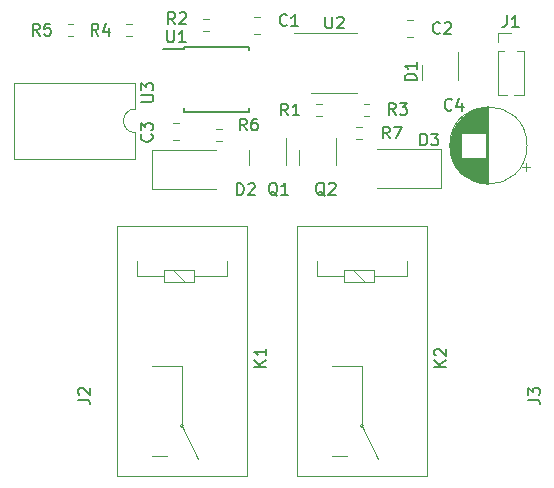
<source format=gbr>
%TF.GenerationSoftware,KiCad,Pcbnew,(6.0.0)*%
%TF.CreationDate,2022-01-08T23:02:58+00:00*%
%TF.ProjectId,2Relay,3252656c-6179-42e6-9b69-6361645f7063,rev?*%
%TF.SameCoordinates,Original*%
%TF.FileFunction,Legend,Top*%
%TF.FilePolarity,Positive*%
%FSLAX46Y46*%
G04 Gerber Fmt 4.6, Leading zero omitted, Abs format (unit mm)*
G04 Created by KiCad (PCBNEW (6.0.0)) date 2022-01-08 23:02:58*
%MOMM*%
%LPD*%
G01*
G04 APERTURE LIST*
%ADD10C,0.150000*%
%ADD11C,0.120000*%
G04 APERTURE END LIST*
D10*
%TO.C,J1*%
X125955466Y-47795380D02*
X125955466Y-48509666D01*
X125907847Y-48652523D01*
X125812609Y-48747761D01*
X125669752Y-48795380D01*
X125574514Y-48795380D01*
X126955466Y-48795380D02*
X126384038Y-48795380D01*
X126669752Y-48795380D02*
X126669752Y-47795380D01*
X126574514Y-47938238D01*
X126479276Y-48033476D01*
X126384038Y-48081095D01*
%TO.C,Q2*%
X110547161Y-63082419D02*
X110451923Y-63034800D01*
X110356685Y-62939561D01*
X110213828Y-62796704D01*
X110118590Y-62749085D01*
X110023352Y-62749085D01*
X110070971Y-62987180D02*
X109975733Y-62939561D01*
X109880495Y-62844323D01*
X109832876Y-62653847D01*
X109832876Y-62320514D01*
X109880495Y-62130038D01*
X109975733Y-62034800D01*
X110070971Y-61987180D01*
X110261447Y-61987180D01*
X110356685Y-62034800D01*
X110451923Y-62130038D01*
X110499542Y-62320514D01*
X110499542Y-62653847D01*
X110451923Y-62844323D01*
X110356685Y-62939561D01*
X110261447Y-62987180D01*
X110070971Y-62987180D01*
X110880495Y-62082419D02*
X110928114Y-62034800D01*
X111023352Y-61987180D01*
X111261447Y-61987180D01*
X111356685Y-62034800D01*
X111404304Y-62082419D01*
X111451923Y-62177657D01*
X111451923Y-62272895D01*
X111404304Y-62415752D01*
X110832876Y-62987180D01*
X111451923Y-62987180D01*
%TO.C,C2*%
X120295333Y-49277542D02*
X120247714Y-49325161D01*
X120104857Y-49372780D01*
X120009619Y-49372780D01*
X119866761Y-49325161D01*
X119771523Y-49229923D01*
X119723904Y-49134685D01*
X119676285Y-48944209D01*
X119676285Y-48801352D01*
X119723904Y-48610876D01*
X119771523Y-48515638D01*
X119866761Y-48420400D01*
X120009619Y-48372780D01*
X120104857Y-48372780D01*
X120247714Y-48420400D01*
X120295333Y-48468019D01*
X120676285Y-48468019D02*
X120723904Y-48420400D01*
X120819142Y-48372780D01*
X121057238Y-48372780D01*
X121152476Y-48420400D01*
X121200095Y-48468019D01*
X121247714Y-48563257D01*
X121247714Y-48658495D01*
X121200095Y-48801352D01*
X120628666Y-49372780D01*
X121247714Y-49372780D01*
%TO.C,Q1*%
X106533961Y-63082419D02*
X106438723Y-63034800D01*
X106343485Y-62939561D01*
X106200628Y-62796704D01*
X106105390Y-62749085D01*
X106010152Y-62749085D01*
X106057771Y-62987180D02*
X105962533Y-62939561D01*
X105867295Y-62844323D01*
X105819676Y-62653847D01*
X105819676Y-62320514D01*
X105867295Y-62130038D01*
X105962533Y-62034800D01*
X106057771Y-61987180D01*
X106248247Y-61987180D01*
X106343485Y-62034800D01*
X106438723Y-62130038D01*
X106486342Y-62320514D01*
X106486342Y-62653847D01*
X106438723Y-62844323D01*
X106343485Y-62939561D01*
X106248247Y-62987180D01*
X106057771Y-62987180D01*
X107438723Y-62987180D02*
X106867295Y-62987180D01*
X107153009Y-62987180D02*
X107153009Y-61987180D01*
X107057771Y-62130038D01*
X106962533Y-62225276D01*
X106867295Y-62272895D01*
%TO.C,U2*%
X110591695Y-47919180D02*
X110591695Y-48728704D01*
X110639314Y-48823942D01*
X110686933Y-48871561D01*
X110782171Y-48919180D01*
X110972647Y-48919180D01*
X111067885Y-48871561D01*
X111115504Y-48823942D01*
X111163123Y-48728704D01*
X111163123Y-47919180D01*
X111591695Y-48014419D02*
X111639314Y-47966800D01*
X111734552Y-47919180D01*
X111972647Y-47919180D01*
X112067885Y-47966800D01*
X112115504Y-48014419D01*
X112163123Y-48109657D01*
X112163123Y-48204895D01*
X112115504Y-48347752D01*
X111544076Y-48919180D01*
X112163123Y-48919180D01*
%TO.C,D2*%
X103097104Y-63037980D02*
X103097104Y-62037980D01*
X103335200Y-62037980D01*
X103478057Y-62085600D01*
X103573295Y-62180838D01*
X103620914Y-62276076D01*
X103668533Y-62466552D01*
X103668533Y-62609409D01*
X103620914Y-62799885D01*
X103573295Y-62895123D01*
X103478057Y-62990361D01*
X103335200Y-63037980D01*
X103097104Y-63037980D01*
X104049485Y-62133219D02*
X104097104Y-62085600D01*
X104192342Y-62037980D01*
X104430438Y-62037980D01*
X104525676Y-62085600D01*
X104573295Y-62133219D01*
X104620914Y-62228457D01*
X104620914Y-62323695D01*
X104573295Y-62466552D01*
X104001866Y-63037980D01*
X104620914Y-63037980D01*
%TO.C,R5*%
X86396533Y-49525180D02*
X86063200Y-49048990D01*
X85825104Y-49525180D02*
X85825104Y-48525180D01*
X86206057Y-48525180D01*
X86301295Y-48572800D01*
X86348914Y-48620419D01*
X86396533Y-48715657D01*
X86396533Y-48858514D01*
X86348914Y-48953752D01*
X86301295Y-49001371D01*
X86206057Y-49048990D01*
X85825104Y-49048990D01*
X87301295Y-48525180D02*
X86825104Y-48525180D01*
X86777485Y-49001371D01*
X86825104Y-48953752D01*
X86920342Y-48906133D01*
X87158438Y-48906133D01*
X87253676Y-48953752D01*
X87301295Y-49001371D01*
X87348914Y-49096609D01*
X87348914Y-49334704D01*
X87301295Y-49429942D01*
X87253676Y-49477561D01*
X87158438Y-49525180D01*
X86920342Y-49525180D01*
X86825104Y-49477561D01*
X86777485Y-49429942D01*
%TO.C,R7*%
X116038333Y-58237380D02*
X115705000Y-57761190D01*
X115466904Y-58237380D02*
X115466904Y-57237380D01*
X115847857Y-57237380D01*
X115943095Y-57285000D01*
X115990714Y-57332619D01*
X116038333Y-57427857D01*
X116038333Y-57570714D01*
X115990714Y-57665952D01*
X115943095Y-57713571D01*
X115847857Y-57761190D01*
X115466904Y-57761190D01*
X116371666Y-57237380D02*
X117038333Y-57237380D01*
X116609761Y-58237380D01*
%TO.C,K2*%
X120817380Y-77563095D02*
X119817380Y-77563095D01*
X120817380Y-76991666D02*
X120245952Y-77420238D01*
X119817380Y-76991666D02*
X120388809Y-77563095D01*
X119912619Y-76610714D02*
X119865000Y-76563095D01*
X119817380Y-76467857D01*
X119817380Y-76229761D01*
X119865000Y-76134523D01*
X119912619Y-76086904D01*
X120007857Y-76039285D01*
X120103095Y-76039285D01*
X120245952Y-76086904D01*
X120817380Y-76658333D01*
X120817380Y-76039285D01*
%TO.C,D1*%
X118308380Y-53316095D02*
X117308380Y-53316095D01*
X117308380Y-53078000D01*
X117356000Y-52935142D01*
X117451238Y-52839904D01*
X117546476Y-52792285D01*
X117736952Y-52744666D01*
X117879809Y-52744666D01*
X118070285Y-52792285D01*
X118165523Y-52839904D01*
X118260761Y-52935142D01*
X118308380Y-53078000D01*
X118308380Y-53316095D01*
X118308380Y-51792285D02*
X118308380Y-52363714D01*
X118308380Y-52078000D02*
X117308380Y-52078000D01*
X117451238Y-52173238D01*
X117546476Y-52268476D01*
X117594095Y-52363714D01*
%TO.C,R1*%
X107427733Y-56281580D02*
X107094400Y-55805390D01*
X106856304Y-56281580D02*
X106856304Y-55281580D01*
X107237257Y-55281580D01*
X107332495Y-55329200D01*
X107380114Y-55376819D01*
X107427733Y-55472057D01*
X107427733Y-55614914D01*
X107380114Y-55710152D01*
X107332495Y-55757771D01*
X107237257Y-55805390D01*
X106856304Y-55805390D01*
X108380114Y-56281580D02*
X107808685Y-56281580D01*
X108094400Y-56281580D02*
X108094400Y-55281580D01*
X107999161Y-55424438D01*
X107903923Y-55519676D01*
X107808685Y-55567295D01*
%TO.C,J3*%
X127747380Y-80343333D02*
X128461666Y-80343333D01*
X128604523Y-80390952D01*
X128699761Y-80486190D01*
X128747380Y-80629047D01*
X128747380Y-80724285D01*
X127747380Y-79962380D02*
X127747380Y-79343333D01*
X128128333Y-79676666D01*
X128128333Y-79533809D01*
X128175952Y-79438571D01*
X128223571Y-79390952D01*
X128318809Y-79343333D01*
X128556904Y-79343333D01*
X128652142Y-79390952D01*
X128699761Y-79438571D01*
X128747380Y-79533809D01*
X128747380Y-79819523D01*
X128699761Y-79914761D01*
X128652142Y-79962380D01*
%TO.C,C3*%
X95861142Y-57875466D02*
X95908761Y-57923085D01*
X95956380Y-58065942D01*
X95956380Y-58161180D01*
X95908761Y-58304038D01*
X95813523Y-58399276D01*
X95718285Y-58446895D01*
X95527809Y-58494514D01*
X95384952Y-58494514D01*
X95194476Y-58446895D01*
X95099238Y-58399276D01*
X95004000Y-58304038D01*
X94956380Y-58161180D01*
X94956380Y-58065942D01*
X95004000Y-57923085D01*
X95051619Y-57875466D01*
X94956380Y-57542133D02*
X94956380Y-56923085D01*
X95337333Y-57256419D01*
X95337333Y-57113561D01*
X95384952Y-57018323D01*
X95432571Y-56970704D01*
X95527809Y-56923085D01*
X95765904Y-56923085D01*
X95861142Y-56970704D01*
X95908761Y-57018323D01*
X95956380Y-57113561D01*
X95956380Y-57399276D01*
X95908761Y-57494514D01*
X95861142Y-57542133D01*
%TO.C,K1*%
X105577380Y-77563095D02*
X104577380Y-77563095D01*
X105577380Y-76991666D02*
X105005952Y-77420238D01*
X104577380Y-76991666D02*
X105148809Y-77563095D01*
X105577380Y-76039285D02*
X105577380Y-76610714D01*
X105577380Y-76325000D02*
X104577380Y-76325000D01*
X104720238Y-76420238D01*
X104815476Y-76515476D01*
X104863095Y-76610714D01*
%TO.C,R2*%
X97877333Y-48559980D02*
X97544000Y-48083790D01*
X97305904Y-48559980D02*
X97305904Y-47559980D01*
X97686857Y-47559980D01*
X97782095Y-47607600D01*
X97829714Y-47655219D01*
X97877333Y-47750457D01*
X97877333Y-47893314D01*
X97829714Y-47988552D01*
X97782095Y-48036171D01*
X97686857Y-48083790D01*
X97305904Y-48083790D01*
X98258285Y-47655219D02*
X98305904Y-47607600D01*
X98401142Y-47559980D01*
X98639238Y-47559980D01*
X98734476Y-47607600D01*
X98782095Y-47655219D01*
X98829714Y-47750457D01*
X98829714Y-47845695D01*
X98782095Y-47988552D01*
X98210666Y-48559980D01*
X98829714Y-48559980D01*
%TO.C,R4*%
X91374933Y-49525180D02*
X91041600Y-49048990D01*
X90803504Y-49525180D02*
X90803504Y-48525180D01*
X91184457Y-48525180D01*
X91279695Y-48572800D01*
X91327314Y-48620419D01*
X91374933Y-48715657D01*
X91374933Y-48858514D01*
X91327314Y-48953752D01*
X91279695Y-49001371D01*
X91184457Y-49048990D01*
X90803504Y-49048990D01*
X92232076Y-48858514D02*
X92232076Y-49525180D01*
X91993980Y-48477561D02*
X91755885Y-49191847D01*
X92374933Y-49191847D01*
%TO.C,D3*%
X118641904Y-58821580D02*
X118641904Y-57821580D01*
X118880000Y-57821580D01*
X119022857Y-57869200D01*
X119118095Y-57964438D01*
X119165714Y-58059676D01*
X119213333Y-58250152D01*
X119213333Y-58393009D01*
X119165714Y-58583485D01*
X119118095Y-58678723D01*
X119022857Y-58773961D01*
X118880000Y-58821580D01*
X118641904Y-58821580D01*
X119546666Y-57821580D02*
X120165714Y-57821580D01*
X119832380Y-58202533D01*
X119975238Y-58202533D01*
X120070476Y-58250152D01*
X120118095Y-58297771D01*
X120165714Y-58393009D01*
X120165714Y-58631104D01*
X120118095Y-58726342D01*
X120070476Y-58773961D01*
X119975238Y-58821580D01*
X119689523Y-58821580D01*
X119594285Y-58773961D01*
X119546666Y-58726342D01*
%TO.C,C1*%
X107326133Y-48617142D02*
X107278514Y-48664761D01*
X107135657Y-48712380D01*
X107040419Y-48712380D01*
X106897561Y-48664761D01*
X106802323Y-48569523D01*
X106754704Y-48474285D01*
X106707085Y-48283809D01*
X106707085Y-48140952D01*
X106754704Y-47950476D01*
X106802323Y-47855238D01*
X106897561Y-47760000D01*
X107040419Y-47712380D01*
X107135657Y-47712380D01*
X107278514Y-47760000D01*
X107326133Y-47807619D01*
X108278514Y-48712380D02*
X107707085Y-48712380D01*
X107992800Y-48712380D02*
X107992800Y-47712380D01*
X107897561Y-47855238D01*
X107802323Y-47950476D01*
X107707085Y-47998095D01*
%TO.C,C4*%
X121296133Y-55779942D02*
X121248514Y-55827561D01*
X121105657Y-55875180D01*
X121010419Y-55875180D01*
X120867561Y-55827561D01*
X120772323Y-55732323D01*
X120724704Y-55637085D01*
X120677085Y-55446609D01*
X120677085Y-55303752D01*
X120724704Y-55113276D01*
X120772323Y-55018038D01*
X120867561Y-54922800D01*
X121010419Y-54875180D01*
X121105657Y-54875180D01*
X121248514Y-54922800D01*
X121296133Y-54970419D01*
X122153276Y-55208514D02*
X122153276Y-55875180D01*
X121915180Y-54827561D02*
X121677085Y-55541847D01*
X122296133Y-55541847D01*
%TO.C,U3*%
X95007180Y-55117904D02*
X95816704Y-55117904D01*
X95911942Y-55070285D01*
X95959561Y-55022666D01*
X96007180Y-54927428D01*
X96007180Y-54736952D01*
X95959561Y-54641714D01*
X95911942Y-54594095D01*
X95816704Y-54546476D01*
X95007180Y-54546476D01*
X95007180Y-54165523D02*
X95007180Y-53546476D01*
X95388133Y-53879809D01*
X95388133Y-53736952D01*
X95435752Y-53641714D01*
X95483371Y-53594095D01*
X95578609Y-53546476D01*
X95816704Y-53546476D01*
X95911942Y-53594095D01*
X95959561Y-53641714D01*
X96007180Y-53736952D01*
X96007180Y-54022666D01*
X95959561Y-54117904D01*
X95911942Y-54165523D01*
%TO.C,R3*%
X116533133Y-56230780D02*
X116199800Y-55754590D01*
X115961704Y-56230780D02*
X115961704Y-55230780D01*
X116342657Y-55230780D01*
X116437895Y-55278400D01*
X116485514Y-55326019D01*
X116533133Y-55421257D01*
X116533133Y-55564114D01*
X116485514Y-55659352D01*
X116437895Y-55706971D01*
X116342657Y-55754590D01*
X115961704Y-55754590D01*
X116866466Y-55230780D02*
X117485514Y-55230780D01*
X117152180Y-55611733D01*
X117295038Y-55611733D01*
X117390276Y-55659352D01*
X117437895Y-55706971D01*
X117485514Y-55802209D01*
X117485514Y-56040304D01*
X117437895Y-56135542D01*
X117390276Y-56183161D01*
X117295038Y-56230780D01*
X117009323Y-56230780D01*
X116914085Y-56183161D01*
X116866466Y-56135542D01*
%TO.C,R6*%
X103922533Y-57551580D02*
X103589200Y-57075390D01*
X103351104Y-57551580D02*
X103351104Y-56551580D01*
X103732057Y-56551580D01*
X103827295Y-56599200D01*
X103874914Y-56646819D01*
X103922533Y-56742057D01*
X103922533Y-56884914D01*
X103874914Y-56980152D01*
X103827295Y-57027771D01*
X103732057Y-57075390D01*
X103351104Y-57075390D01*
X104779676Y-56551580D02*
X104589200Y-56551580D01*
X104493961Y-56599200D01*
X104446342Y-56646819D01*
X104351104Y-56789676D01*
X104303485Y-56980152D01*
X104303485Y-57361104D01*
X104351104Y-57456342D01*
X104398723Y-57503961D01*
X104493961Y-57551580D01*
X104684438Y-57551580D01*
X104779676Y-57503961D01*
X104827295Y-57456342D01*
X104874914Y-57361104D01*
X104874914Y-57123009D01*
X104827295Y-57027771D01*
X104779676Y-56980152D01*
X104684438Y-56932533D01*
X104493961Y-56932533D01*
X104398723Y-56980152D01*
X104351104Y-57027771D01*
X104303485Y-57123009D01*
%TO.C,U1*%
X97180495Y-49083980D02*
X97180495Y-49893504D01*
X97228114Y-49988742D01*
X97275733Y-50036361D01*
X97370971Y-50083980D01*
X97561447Y-50083980D01*
X97656685Y-50036361D01*
X97704304Y-49988742D01*
X97751923Y-49893504D01*
X97751923Y-49083980D01*
X98751923Y-50083980D02*
X98180495Y-50083980D01*
X98466209Y-50083980D02*
X98466209Y-49083980D01*
X98370971Y-49226838D01*
X98275733Y-49322076D01*
X98180495Y-49369695D01*
%TO.C,J2*%
X89647380Y-80343333D02*
X90361666Y-80343333D01*
X90504523Y-80390952D01*
X90599761Y-80486190D01*
X90647380Y-80629047D01*
X90647380Y-80724285D01*
X89742619Y-79914761D02*
X89695000Y-79867142D01*
X89647380Y-79771904D01*
X89647380Y-79533809D01*
X89695000Y-79438571D01*
X89742619Y-79390952D01*
X89837857Y-79343333D01*
X89933095Y-79343333D01*
X90075952Y-79390952D01*
X90647380Y-79962380D01*
X90647380Y-79343333D01*
D11*
%TO.C,J1*%
X125178800Y-50798000D02*
X125178800Y-54543000D01*
X126852271Y-50798000D02*
X127398800Y-50798000D01*
X125178800Y-49278000D02*
X126288800Y-49278000D01*
X125178800Y-54543000D02*
X125981270Y-54543000D01*
X127398800Y-50798000D02*
X127398800Y-54543000D01*
X125178800Y-50798000D02*
X125725329Y-50798000D01*
X125178800Y-50038000D02*
X125178800Y-49278000D01*
X126596330Y-54543000D02*
X127398800Y-54543000D01*
%TO.C,Q2*%
X108371200Y-59842400D02*
X108371200Y-60492400D01*
X111491200Y-59842400D02*
X111491200Y-60492400D01*
X108371200Y-59842400D02*
X108371200Y-59192400D01*
X111491200Y-59842400D02*
X111491200Y-58167400D01*
%TO.C,C2*%
X117508348Y-49655400D02*
X118030852Y-49655400D01*
X117508348Y-48185400D02*
X118030852Y-48185400D01*
%TO.C,Q1*%
X104104000Y-59842400D02*
X104104000Y-59192400D01*
X104104000Y-59842400D02*
X104104000Y-60492400D01*
X107224000Y-59842400D02*
X107224000Y-58167400D01*
X107224000Y-59842400D02*
X107224000Y-60492400D01*
%TO.C,U2*%
X111353600Y-49306800D02*
X107903600Y-49306800D01*
X111353600Y-54426800D02*
X113303600Y-54426800D01*
X111353600Y-49306800D02*
X113303600Y-49306800D01*
X111353600Y-54426800D02*
X109403600Y-54426800D01*
%TO.C,D2*%
X95914000Y-62508400D02*
X101314000Y-62508400D01*
X95914000Y-59208400D02*
X95914000Y-62508400D01*
X95914000Y-59208400D02*
X101314000Y-59208400D01*
%TO.C,R5*%
X89238858Y-49595300D02*
X88764342Y-49595300D01*
X89238858Y-48550300D02*
X88764342Y-48550300D01*
%TO.C,R7*%
X113186942Y-58282100D02*
X113661458Y-58282100D01*
X113186942Y-57237100D02*
X113661458Y-57237100D01*
%TO.C,K2*%
X111135000Y-85105000D02*
X112405000Y-85105000D01*
X112155000Y-69865000D02*
X112155000Y-69355000D01*
X114695000Y-69355000D02*
X114695000Y-69865000D01*
X114695000Y-69865000D02*
X114695000Y-70375000D01*
X119175000Y-65645000D02*
X119175000Y-86785000D01*
X108175000Y-86785000D02*
X119175000Y-86785000D01*
X109865000Y-69865000D02*
X112155000Y-69865000D01*
X108175000Y-65645000D02*
X119175000Y-65645000D01*
X112155000Y-69355000D02*
X114695000Y-69355000D01*
X114695000Y-69865000D02*
X117485000Y-69865000D01*
X109865000Y-68595000D02*
X109865000Y-69865000D01*
X113675000Y-77485000D02*
X113675000Y-82565000D01*
X108175000Y-65645000D02*
X108175000Y-86785000D01*
X111135000Y-77485000D02*
X113675000Y-77485000D01*
X112155000Y-70375000D02*
X112155000Y-69865000D01*
X114695000Y-70375000D02*
X112155000Y-70375000D01*
X112915000Y-69355000D02*
X113925000Y-70375000D01*
X117485000Y-69865000D02*
X117485000Y-68595000D01*
X113675000Y-82565000D02*
X115075000Y-85355000D01*
X113805000Y-82565000D02*
G75*
G03*
X113805000Y-82565000I-130000J0D01*
G01*
%TO.C,D1*%
X118734400Y-52628800D02*
X118734400Y-53278800D01*
X118734400Y-52628800D02*
X118734400Y-51978800D01*
X121854400Y-52628800D02*
X121854400Y-50953800D01*
X121854400Y-52628800D02*
X121854400Y-53278800D01*
%TO.C,R1*%
X110270058Y-55306700D02*
X109795542Y-55306700D01*
X110270058Y-56351700D02*
X109795542Y-56351700D01*
%TO.C,C3*%
X97681148Y-58393000D02*
X98203652Y-58393000D01*
X97681148Y-56923000D02*
X98203652Y-56923000D01*
%TO.C,K1*%
X99455000Y-69865000D02*
X102245000Y-69865000D01*
X96915000Y-69355000D02*
X99455000Y-69355000D01*
X96915000Y-69865000D02*
X96915000Y-69355000D01*
X99455000Y-70375000D02*
X96915000Y-70375000D01*
X95895000Y-77485000D02*
X98435000Y-77485000D01*
X95895000Y-85105000D02*
X97165000Y-85105000D01*
X98435000Y-77485000D02*
X98435000Y-82565000D01*
X94625000Y-68595000D02*
X94625000Y-69865000D01*
X97675000Y-69355000D02*
X98685000Y-70375000D01*
X98435000Y-82565000D02*
X99835000Y-85355000D01*
X99455000Y-69355000D02*
X99455000Y-69865000D01*
X92935000Y-65645000D02*
X92935000Y-86785000D01*
X96915000Y-70375000D02*
X96915000Y-69865000D01*
X94625000Y-69865000D02*
X96915000Y-69865000D01*
X92935000Y-86785000D02*
X103935000Y-86785000D01*
X102245000Y-69865000D02*
X102245000Y-68595000D01*
X92935000Y-65645000D02*
X103935000Y-65645000D01*
X99455000Y-69865000D02*
X99455000Y-70375000D01*
X103935000Y-65645000D02*
X103935000Y-86785000D01*
X98565000Y-82565000D02*
G75*
G03*
X98565000Y-82565000I-130000J0D01*
G01*
%TO.C,R2*%
X100719658Y-48093100D02*
X100245142Y-48093100D01*
X100719658Y-49138100D02*
X100245142Y-49138100D01*
%TO.C,R4*%
X94217258Y-48550300D02*
X93742742Y-48550300D01*
X94217258Y-49595300D02*
X93742742Y-49595300D01*
%TO.C,D3*%
X120341600Y-59157600D02*
X114941600Y-59157600D01*
X120341600Y-62457600D02*
X120341600Y-59157600D01*
X120341600Y-62457600D02*
X114941600Y-62457600D01*
%TO.C,C1*%
X104539148Y-49401400D02*
X105061652Y-49401400D01*
X104539148Y-47931400D02*
X105061652Y-47931400D01*
%TO.C,C4*%
X122911380Y-57786400D02*
X122911380Y-55950400D01*
X122391380Y-61374400D02*
X122391380Y-59866400D01*
X124392380Y-62056400D02*
X124392380Y-55596400D01*
X127577621Y-60980400D02*
X127577621Y-60350400D01*
X122591380Y-61516400D02*
X122591380Y-59866400D01*
X121391380Y-60088400D02*
X121391380Y-57564400D01*
X123551380Y-61947400D02*
X123551380Y-59866400D01*
X122111380Y-57786400D02*
X122111380Y-56521400D01*
X121431380Y-60176400D02*
X121431380Y-57476400D01*
X123832380Y-62008400D02*
X123832380Y-59866400D01*
X123391380Y-57786400D02*
X123391380Y-55752400D01*
X121271380Y-59766400D02*
X121271380Y-57886400D01*
X122431380Y-57786400D02*
X122431380Y-56248400D01*
X123872380Y-57786400D02*
X123872380Y-55637400D01*
X123311380Y-61873400D02*
X123311380Y-59866400D01*
X123271380Y-57786400D02*
X123271380Y-55793400D01*
X122591380Y-57786400D02*
X122591380Y-56136400D01*
X123351380Y-57786400D02*
X123351380Y-55765400D01*
X123471380Y-61924400D02*
X123471380Y-59866400D01*
X123792380Y-57786400D02*
X123792380Y-55651400D01*
X122791380Y-61638400D02*
X122791380Y-59866400D01*
X121831380Y-60821400D02*
X121831380Y-56831400D01*
X122351380Y-61342400D02*
X122351380Y-59866400D01*
X123551380Y-57786400D02*
X123551380Y-55705400D01*
X122351380Y-57786400D02*
X122351380Y-56310400D01*
X122231380Y-57786400D02*
X122231380Y-56410400D01*
X121311380Y-59885400D02*
X121311380Y-57767400D01*
X123191380Y-61828400D02*
X123191380Y-59866400D01*
X122311380Y-57786400D02*
X122311380Y-56342400D01*
X122671380Y-57786400D02*
X122671380Y-56084400D01*
X122671380Y-61568400D02*
X122671380Y-59866400D01*
X121671380Y-60602400D02*
X121671380Y-57050400D01*
X121351380Y-59991400D02*
X121351380Y-57661400D01*
X121991380Y-61008400D02*
X121991380Y-56644400D01*
X121151380Y-59228400D02*
X121151380Y-58424400D01*
X123511380Y-57786400D02*
X123511380Y-55716400D01*
X127892621Y-60665400D02*
X127262621Y-60665400D01*
X122191380Y-57786400D02*
X122191380Y-56446400D01*
X122991380Y-61742400D02*
X122991380Y-59866400D01*
X123311380Y-57786400D02*
X123311380Y-55779400D01*
X122911380Y-61702400D02*
X122911380Y-59866400D01*
X123111380Y-61796400D02*
X123111380Y-59866400D01*
X122391380Y-57786400D02*
X122391380Y-56278400D01*
X124032380Y-62037400D02*
X124032380Y-59866400D01*
X124272380Y-62054400D02*
X124272380Y-55598400D01*
X121631380Y-60540400D02*
X121631380Y-57112400D01*
X123832380Y-57786400D02*
X123832380Y-55644400D01*
X122471380Y-61433400D02*
X122471380Y-59866400D01*
X123431380Y-57786400D02*
X123431380Y-55740400D01*
X123391380Y-61900400D02*
X123391380Y-59866400D01*
X122711380Y-61592400D02*
X122711380Y-59866400D01*
X124312380Y-62056400D02*
X124312380Y-55596400D01*
X123591380Y-61957400D02*
X123591380Y-59866400D01*
X122871380Y-57786400D02*
X122871380Y-55970400D01*
X123031380Y-57786400D02*
X123031380Y-55892400D01*
X123671380Y-61976400D02*
X123671380Y-59866400D01*
X121751380Y-60716400D02*
X121751380Y-56936400D01*
X123712380Y-57786400D02*
X123712380Y-55667400D01*
X123952380Y-57786400D02*
X123952380Y-55625400D01*
X122631380Y-61542400D02*
X122631380Y-59866400D01*
X123591380Y-57786400D02*
X123591380Y-55695400D01*
X122231380Y-61242400D02*
X122231380Y-59866400D01*
X123792380Y-62001400D02*
X123792380Y-59866400D01*
X122991380Y-57786400D02*
X122991380Y-55910400D01*
X122271380Y-61276400D02*
X122271380Y-59866400D01*
X122831380Y-61660400D02*
X122831380Y-59866400D01*
X121791380Y-60770400D02*
X121791380Y-56882400D01*
X122431380Y-61404400D02*
X122431380Y-59866400D01*
X124072380Y-57786400D02*
X124072380Y-55611400D01*
X124072380Y-62041400D02*
X124072380Y-59866400D01*
X123671380Y-57786400D02*
X123671380Y-55676400D01*
X121231380Y-59628400D02*
X121231380Y-58024400D01*
X123992380Y-62032400D02*
X123992380Y-59866400D01*
X121711380Y-60660400D02*
X121711380Y-56992400D01*
X123912380Y-62021400D02*
X123912380Y-59866400D01*
X121191380Y-59459400D02*
X121191380Y-58193400D01*
X122551380Y-57786400D02*
X122551380Y-56162400D01*
X121871380Y-60870400D02*
X121871380Y-56782400D01*
X124032380Y-57786400D02*
X124032380Y-55615400D01*
X122511380Y-61462400D02*
X122511380Y-59866400D01*
X124232380Y-62053400D02*
X124232380Y-55599400D01*
X123912380Y-57786400D02*
X123912380Y-55631400D01*
X122511380Y-57786400D02*
X122511380Y-56190400D01*
X123872380Y-62015400D02*
X123872380Y-59866400D01*
X121951380Y-60963400D02*
X121951380Y-56689400D01*
X124152380Y-57786400D02*
X124152380Y-55604400D01*
X123231380Y-61844400D02*
X123231380Y-59866400D01*
X121591380Y-60476400D02*
X121591380Y-57176400D01*
X122071380Y-61091400D02*
X122071380Y-56561400D01*
X123712380Y-61985400D02*
X123712380Y-59866400D01*
X123271380Y-61859400D02*
X123271380Y-59866400D01*
X123952380Y-62027400D02*
X123952380Y-59866400D01*
X123151380Y-61812400D02*
X123151380Y-59866400D01*
X123752380Y-61993400D02*
X123752380Y-59866400D01*
X123431380Y-61912400D02*
X123431380Y-59866400D01*
X122311380Y-61310400D02*
X122311380Y-59866400D01*
X123071380Y-57786400D02*
X123071380Y-55874400D01*
X121471380Y-60258400D02*
X121471380Y-57394400D01*
X122831380Y-57786400D02*
X122831380Y-55992400D01*
X122751380Y-61616400D02*
X122751380Y-59866400D01*
X123151380Y-57786400D02*
X123151380Y-55840400D01*
X122191380Y-61206400D02*
X122191380Y-59866400D01*
X122871380Y-61682400D02*
X122871380Y-59866400D01*
X123631380Y-61967400D02*
X123631380Y-59866400D01*
X123191380Y-57786400D02*
X123191380Y-55824400D01*
X123752380Y-57786400D02*
X123752380Y-55659400D01*
X124112380Y-57786400D02*
X124112380Y-55608400D01*
X123071380Y-61778400D02*
X123071380Y-59866400D01*
X122791380Y-57786400D02*
X122791380Y-56014400D01*
X122151380Y-57786400D02*
X122151380Y-56483400D01*
X122751380Y-57786400D02*
X122751380Y-56036400D01*
X123231380Y-57786400D02*
X123231380Y-55808400D01*
X122631380Y-57786400D02*
X122631380Y-56110400D01*
X123511380Y-61936400D02*
X123511380Y-59866400D01*
X122551380Y-61490400D02*
X122551380Y-59866400D01*
X121511380Y-60335400D02*
X121511380Y-57317400D01*
X122111380Y-61131400D02*
X122111380Y-59866400D01*
X124152380Y-62048400D02*
X124152380Y-59866400D01*
X123631380Y-57786400D02*
X123631380Y-55685400D01*
X121551380Y-60407400D02*
X121551380Y-57245400D01*
X124352380Y-62056400D02*
X124352380Y-55596400D01*
X122711380Y-57786400D02*
X122711380Y-56060400D01*
X122471380Y-57786400D02*
X122471380Y-56219400D01*
X124192380Y-62050400D02*
X124192380Y-55602400D01*
X122951380Y-57786400D02*
X122951380Y-55930400D01*
X123111380Y-57786400D02*
X123111380Y-55856400D01*
X122031380Y-61050400D02*
X122031380Y-56602400D01*
X124112380Y-62044400D02*
X124112380Y-59866400D01*
X122151380Y-61169400D02*
X122151380Y-59866400D01*
X121911380Y-60918400D02*
X121911380Y-56734400D01*
X122271380Y-57786400D02*
X122271380Y-56376400D01*
X123471380Y-57786400D02*
X123471380Y-55728400D01*
X123031380Y-61760400D02*
X123031380Y-59866400D01*
X122951380Y-61722400D02*
X122951380Y-59866400D01*
X123992380Y-57786400D02*
X123992380Y-55620400D01*
X123351380Y-61887400D02*
X123351380Y-59866400D01*
X127662380Y-58826400D02*
G75*
G03*
X127662380Y-58826400I-3270000J0D01*
G01*
%TO.C,U3*%
X84217200Y-53508600D02*
X84217200Y-59978600D01*
X94497200Y-55743600D02*
X94497200Y-53508600D01*
X84217200Y-59978600D02*
X94497200Y-59978600D01*
X94497200Y-53508600D02*
X84217200Y-53508600D01*
X94497200Y-59978600D02*
X94497200Y-57743600D01*
X94497200Y-55743600D02*
G75*
G03*
X94497200Y-57743600I0J-1000000D01*
G01*
%TO.C,R3*%
X113820942Y-55306700D02*
X114295458Y-55306700D01*
X113820942Y-56351700D02*
X114295458Y-56351700D01*
%TO.C,R6*%
X101362742Y-58485300D02*
X101837258Y-58485300D01*
X101362742Y-57440300D02*
X101837258Y-57440300D01*
D10*
%TO.C,U1*%
X104096000Y-50483400D02*
X104096000Y-50783400D01*
X98596000Y-50688400D02*
X96846000Y-50688400D01*
X98596000Y-55993400D02*
X98596000Y-55693400D01*
X98596000Y-50483400D02*
X104096000Y-50483400D01*
X98596000Y-50483400D02*
X98596000Y-50688400D01*
X98596000Y-55993400D02*
X104096000Y-55993400D01*
X104096000Y-55993400D02*
X104096000Y-55693400D01*
%TD*%
M02*

</source>
